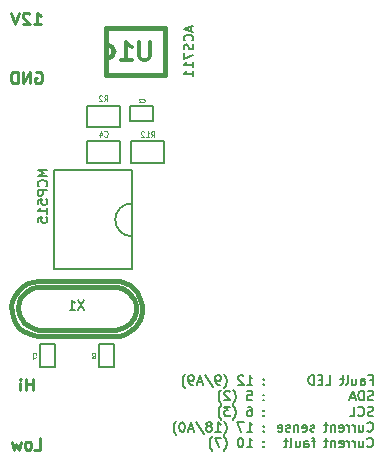
<source format=gbo>
%FSLAX34Y34*%
G04 Gerber Fmt 3.4, Leading zero omitted, Abs format*
G04 (created by PCBNEW (2014-03-19 BZR 4756)-product) date Thu 12 Jun 2014 23:18:30 BST*
%MOIN*%
G01*
G70*
G90*
G04 APERTURE LIST*
%ADD10C,0.005906*%
%ADD11C,0.007874*%
%ADD12C,0.009843*%
%ADD13C,0.015000*%
%ADD14C,0.003000*%
%ADD15C,0.004500*%
%ADD16C,0.012000*%
%ADD17C,0.007875*%
%ADD18C,0.007900*%
G04 APERTURE END LIST*
G54D10*
G54D11*
X50810Y-43659D02*
X50795Y-43674D01*
X50810Y-43689D01*
X50825Y-43674D01*
X50810Y-43659D01*
X50810Y-43689D01*
X50810Y-43494D02*
X50795Y-43509D01*
X50810Y-43524D01*
X50825Y-43509D01*
X50810Y-43494D01*
X50810Y-43524D01*
X50255Y-43689D02*
X50435Y-43689D01*
X50345Y-43689D02*
X50345Y-43374D01*
X50375Y-43419D01*
X50405Y-43449D01*
X50435Y-43464D01*
X50135Y-43404D02*
X50120Y-43389D01*
X50090Y-43374D01*
X50015Y-43374D01*
X49985Y-43389D01*
X49970Y-43404D01*
X49955Y-43434D01*
X49955Y-43464D01*
X49970Y-43509D01*
X50150Y-43689D01*
X49955Y-43689D01*
X49491Y-43809D02*
X49505Y-43794D01*
X49535Y-43749D01*
X49550Y-43719D01*
X49565Y-43674D01*
X49580Y-43599D01*
X49580Y-43539D01*
X49565Y-43464D01*
X49550Y-43419D01*
X49535Y-43389D01*
X49505Y-43344D01*
X49491Y-43329D01*
X49356Y-43689D02*
X49296Y-43689D01*
X49266Y-43674D01*
X49251Y-43659D01*
X49221Y-43614D01*
X49206Y-43554D01*
X49206Y-43434D01*
X49221Y-43404D01*
X49236Y-43389D01*
X49266Y-43374D01*
X49326Y-43374D01*
X49356Y-43389D01*
X49371Y-43404D01*
X49386Y-43434D01*
X49386Y-43509D01*
X49371Y-43539D01*
X49356Y-43554D01*
X49326Y-43569D01*
X49266Y-43569D01*
X49236Y-43554D01*
X49221Y-43539D01*
X49206Y-43509D01*
X48846Y-43359D02*
X49116Y-43764D01*
X48756Y-43599D02*
X48606Y-43599D01*
X48786Y-43689D02*
X48681Y-43374D01*
X48576Y-43689D01*
X48456Y-43689D02*
X48396Y-43689D01*
X48366Y-43674D01*
X48351Y-43659D01*
X48321Y-43614D01*
X48306Y-43554D01*
X48306Y-43434D01*
X48321Y-43404D01*
X48336Y-43389D01*
X48366Y-43374D01*
X48426Y-43374D01*
X48456Y-43389D01*
X48471Y-43404D01*
X48486Y-43434D01*
X48486Y-43509D01*
X48471Y-43539D01*
X48456Y-43554D01*
X48426Y-43569D01*
X48366Y-43569D01*
X48336Y-43554D01*
X48321Y-43539D01*
X48306Y-43509D01*
X48201Y-43809D02*
X48186Y-43794D01*
X48156Y-43749D01*
X48141Y-43719D01*
X48126Y-43674D01*
X48111Y-43599D01*
X48111Y-43539D01*
X48126Y-43464D01*
X48141Y-43419D01*
X48156Y-43389D01*
X48186Y-43344D01*
X48201Y-43329D01*
X50810Y-44179D02*
X50795Y-44194D01*
X50810Y-44209D01*
X50825Y-44194D01*
X50810Y-44179D01*
X50810Y-44209D01*
X50810Y-44014D02*
X50795Y-44029D01*
X50810Y-44044D01*
X50825Y-44029D01*
X50810Y-44014D01*
X50810Y-44044D01*
X50270Y-43894D02*
X50420Y-43894D01*
X50435Y-44044D01*
X50420Y-44029D01*
X50390Y-44014D01*
X50315Y-44014D01*
X50285Y-44029D01*
X50270Y-44044D01*
X50255Y-44074D01*
X50255Y-44149D01*
X50270Y-44179D01*
X50285Y-44194D01*
X50315Y-44209D01*
X50390Y-44209D01*
X50420Y-44194D01*
X50435Y-44179D01*
X49790Y-44329D02*
X49805Y-44314D01*
X49835Y-44269D01*
X49850Y-44239D01*
X49865Y-44194D01*
X49880Y-44119D01*
X49880Y-44059D01*
X49865Y-43984D01*
X49850Y-43939D01*
X49835Y-43909D01*
X49805Y-43864D01*
X49790Y-43849D01*
X49685Y-43924D02*
X49670Y-43909D01*
X49640Y-43894D01*
X49565Y-43894D01*
X49535Y-43909D01*
X49520Y-43924D01*
X49505Y-43954D01*
X49505Y-43984D01*
X49520Y-44029D01*
X49700Y-44209D01*
X49505Y-44209D01*
X49401Y-44329D02*
X49386Y-44314D01*
X49356Y-44269D01*
X49341Y-44239D01*
X49326Y-44194D01*
X49311Y-44119D01*
X49311Y-44059D01*
X49326Y-43984D01*
X49341Y-43939D01*
X49356Y-43909D01*
X49386Y-43864D01*
X49401Y-43849D01*
X50810Y-44699D02*
X50795Y-44714D01*
X50810Y-44729D01*
X50825Y-44714D01*
X50810Y-44699D01*
X50810Y-44729D01*
X50810Y-44534D02*
X50795Y-44549D01*
X50810Y-44564D01*
X50825Y-44549D01*
X50810Y-44534D01*
X50810Y-44564D01*
X50285Y-44414D02*
X50345Y-44414D01*
X50375Y-44429D01*
X50390Y-44444D01*
X50420Y-44489D01*
X50435Y-44549D01*
X50435Y-44669D01*
X50420Y-44699D01*
X50405Y-44714D01*
X50375Y-44729D01*
X50315Y-44729D01*
X50285Y-44714D01*
X50270Y-44699D01*
X50255Y-44669D01*
X50255Y-44594D01*
X50270Y-44564D01*
X50285Y-44549D01*
X50315Y-44534D01*
X50375Y-44534D01*
X50405Y-44549D01*
X50420Y-44564D01*
X50435Y-44594D01*
X49790Y-44849D02*
X49805Y-44834D01*
X49835Y-44789D01*
X49850Y-44759D01*
X49865Y-44714D01*
X49880Y-44639D01*
X49880Y-44579D01*
X49865Y-44504D01*
X49850Y-44459D01*
X49835Y-44429D01*
X49805Y-44384D01*
X49790Y-44369D01*
X49700Y-44414D02*
X49505Y-44414D01*
X49610Y-44534D01*
X49565Y-44534D01*
X49535Y-44549D01*
X49520Y-44564D01*
X49505Y-44594D01*
X49505Y-44669D01*
X49520Y-44699D01*
X49535Y-44714D01*
X49565Y-44729D01*
X49655Y-44729D01*
X49685Y-44714D01*
X49700Y-44699D01*
X49401Y-44849D02*
X49386Y-44834D01*
X49356Y-44789D01*
X49341Y-44759D01*
X49326Y-44714D01*
X49311Y-44639D01*
X49311Y-44579D01*
X49326Y-44504D01*
X49341Y-44459D01*
X49356Y-44429D01*
X49386Y-44384D01*
X49401Y-44369D01*
X50810Y-45218D02*
X50795Y-45233D01*
X50810Y-45248D01*
X50825Y-45233D01*
X50810Y-45218D01*
X50810Y-45248D01*
X50810Y-45053D02*
X50795Y-45068D01*
X50810Y-45083D01*
X50825Y-45068D01*
X50810Y-45053D01*
X50810Y-45083D01*
X50255Y-45248D02*
X50435Y-45248D01*
X50345Y-45248D02*
X50345Y-44933D01*
X50375Y-44978D01*
X50405Y-45008D01*
X50435Y-45023D01*
X50150Y-44933D02*
X49940Y-44933D01*
X50075Y-45248D01*
X49491Y-45368D02*
X49505Y-45353D01*
X49535Y-45308D01*
X49550Y-45278D01*
X49565Y-45233D01*
X49580Y-45158D01*
X49580Y-45098D01*
X49565Y-45023D01*
X49550Y-44978D01*
X49535Y-44948D01*
X49505Y-44903D01*
X49491Y-44888D01*
X49206Y-45248D02*
X49386Y-45248D01*
X49296Y-45248D02*
X49296Y-44933D01*
X49326Y-44978D01*
X49356Y-45008D01*
X49386Y-45023D01*
X49026Y-45068D02*
X49056Y-45053D01*
X49071Y-45038D01*
X49086Y-45008D01*
X49086Y-44993D01*
X49071Y-44963D01*
X49056Y-44948D01*
X49026Y-44933D01*
X48966Y-44933D01*
X48936Y-44948D01*
X48921Y-44963D01*
X48906Y-44993D01*
X48906Y-45008D01*
X48921Y-45038D01*
X48936Y-45053D01*
X48966Y-45068D01*
X49026Y-45068D01*
X49056Y-45083D01*
X49071Y-45098D01*
X49086Y-45128D01*
X49086Y-45188D01*
X49071Y-45218D01*
X49056Y-45233D01*
X49026Y-45248D01*
X48966Y-45248D01*
X48936Y-45233D01*
X48921Y-45218D01*
X48906Y-45188D01*
X48906Y-45128D01*
X48921Y-45098D01*
X48936Y-45083D01*
X48966Y-45068D01*
X48546Y-44918D02*
X48816Y-45323D01*
X48456Y-45158D02*
X48306Y-45158D01*
X48486Y-45248D02*
X48381Y-44933D01*
X48276Y-45248D01*
X48111Y-44933D02*
X48081Y-44933D01*
X48051Y-44948D01*
X48036Y-44963D01*
X48021Y-44993D01*
X48006Y-45053D01*
X48006Y-45128D01*
X48021Y-45188D01*
X48036Y-45218D01*
X48051Y-45233D01*
X48081Y-45248D01*
X48111Y-45248D01*
X48141Y-45233D01*
X48156Y-45218D01*
X48171Y-45188D01*
X48186Y-45128D01*
X48186Y-45053D01*
X48171Y-44993D01*
X48156Y-44963D01*
X48141Y-44948D01*
X48111Y-44933D01*
X47901Y-45368D02*
X47886Y-45353D01*
X47856Y-45308D01*
X47841Y-45278D01*
X47826Y-45233D01*
X47811Y-45158D01*
X47811Y-45098D01*
X47826Y-45023D01*
X47841Y-44978D01*
X47856Y-44948D01*
X47886Y-44903D01*
X47901Y-44888D01*
X50810Y-45738D02*
X50795Y-45753D01*
X50810Y-45768D01*
X50825Y-45753D01*
X50810Y-45738D01*
X50810Y-45768D01*
X50810Y-45573D02*
X50795Y-45588D01*
X50810Y-45603D01*
X50825Y-45588D01*
X50810Y-45573D01*
X50810Y-45603D01*
X50255Y-45768D02*
X50435Y-45768D01*
X50345Y-45768D02*
X50345Y-45453D01*
X50375Y-45498D01*
X50405Y-45528D01*
X50435Y-45543D01*
X50060Y-45453D02*
X50030Y-45453D01*
X50000Y-45468D01*
X49985Y-45483D01*
X49970Y-45513D01*
X49955Y-45573D01*
X49955Y-45648D01*
X49970Y-45708D01*
X49985Y-45738D01*
X50000Y-45753D01*
X50030Y-45768D01*
X50060Y-45768D01*
X50090Y-45753D01*
X50105Y-45738D01*
X50120Y-45708D01*
X50135Y-45648D01*
X50135Y-45573D01*
X50120Y-45513D01*
X50105Y-45483D01*
X50090Y-45468D01*
X50060Y-45453D01*
X49491Y-45888D02*
X49505Y-45873D01*
X49535Y-45828D01*
X49550Y-45798D01*
X49565Y-45753D01*
X49580Y-45678D01*
X49580Y-45618D01*
X49565Y-45543D01*
X49550Y-45498D01*
X49535Y-45468D01*
X49505Y-45423D01*
X49491Y-45408D01*
X49401Y-45453D02*
X49191Y-45453D01*
X49326Y-45768D01*
X49101Y-45888D02*
X49086Y-45873D01*
X49056Y-45828D01*
X49041Y-45798D01*
X49026Y-45753D01*
X49011Y-45678D01*
X49011Y-45618D01*
X49026Y-45543D01*
X49041Y-45498D01*
X49056Y-45468D01*
X49086Y-45423D01*
X49101Y-45408D01*
X54347Y-43524D02*
X54452Y-43524D01*
X54452Y-43689D02*
X54452Y-43374D01*
X54302Y-43374D01*
X54047Y-43689D02*
X54047Y-43524D01*
X54062Y-43494D01*
X54092Y-43479D01*
X54152Y-43479D01*
X54182Y-43494D01*
X54047Y-43674D02*
X54077Y-43689D01*
X54152Y-43689D01*
X54182Y-43674D01*
X54197Y-43644D01*
X54197Y-43614D01*
X54182Y-43584D01*
X54152Y-43569D01*
X54077Y-43569D01*
X54047Y-43554D01*
X53762Y-43479D02*
X53762Y-43689D01*
X53897Y-43479D02*
X53897Y-43644D01*
X53882Y-43674D01*
X53852Y-43689D01*
X53807Y-43689D01*
X53777Y-43674D01*
X53762Y-43659D01*
X53567Y-43689D02*
X53597Y-43674D01*
X53612Y-43644D01*
X53612Y-43374D01*
X53492Y-43479D02*
X53372Y-43479D01*
X53447Y-43374D02*
X53447Y-43644D01*
X53432Y-43674D01*
X53402Y-43689D01*
X53372Y-43689D01*
X52877Y-43689D02*
X53027Y-43689D01*
X53027Y-43374D01*
X52772Y-43524D02*
X52667Y-43524D01*
X52622Y-43689D02*
X52772Y-43689D01*
X52772Y-43374D01*
X52622Y-43374D01*
X52487Y-43689D02*
X52487Y-43374D01*
X52412Y-43374D01*
X52367Y-43389D01*
X52337Y-43419D01*
X52322Y-43449D01*
X52307Y-43509D01*
X52307Y-43554D01*
X52322Y-43614D01*
X52337Y-43644D01*
X52367Y-43674D01*
X52412Y-43689D01*
X52487Y-43689D01*
X54467Y-44194D02*
X54422Y-44209D01*
X54347Y-44209D01*
X54317Y-44194D01*
X54302Y-44179D01*
X54287Y-44149D01*
X54287Y-44119D01*
X54302Y-44089D01*
X54317Y-44074D01*
X54347Y-44059D01*
X54407Y-44044D01*
X54437Y-44029D01*
X54452Y-44014D01*
X54467Y-43984D01*
X54467Y-43954D01*
X54452Y-43924D01*
X54437Y-43909D01*
X54407Y-43894D01*
X54332Y-43894D01*
X54287Y-43909D01*
X54152Y-44209D02*
X54152Y-43894D01*
X54077Y-43894D01*
X54032Y-43909D01*
X54002Y-43939D01*
X53987Y-43969D01*
X53972Y-44029D01*
X53972Y-44074D01*
X53987Y-44134D01*
X54002Y-44164D01*
X54032Y-44194D01*
X54077Y-44209D01*
X54152Y-44209D01*
X53852Y-44119D02*
X53702Y-44119D01*
X53882Y-44209D02*
X53777Y-43894D01*
X53672Y-44209D01*
X54467Y-44714D02*
X54422Y-44729D01*
X54347Y-44729D01*
X54317Y-44714D01*
X54302Y-44699D01*
X54287Y-44669D01*
X54287Y-44639D01*
X54302Y-44609D01*
X54317Y-44594D01*
X54347Y-44579D01*
X54407Y-44564D01*
X54437Y-44549D01*
X54452Y-44534D01*
X54467Y-44504D01*
X54467Y-44474D01*
X54452Y-44444D01*
X54437Y-44429D01*
X54407Y-44414D01*
X54332Y-44414D01*
X54287Y-44429D01*
X53972Y-44699D02*
X53987Y-44714D01*
X54032Y-44729D01*
X54062Y-44729D01*
X54107Y-44714D01*
X54137Y-44684D01*
X54152Y-44654D01*
X54167Y-44594D01*
X54167Y-44549D01*
X54152Y-44489D01*
X54137Y-44459D01*
X54107Y-44429D01*
X54062Y-44414D01*
X54032Y-44414D01*
X53987Y-44429D01*
X53972Y-44444D01*
X53687Y-44729D02*
X53837Y-44729D01*
X53837Y-44414D01*
X54272Y-45218D02*
X54287Y-45233D01*
X54332Y-45248D01*
X54362Y-45248D01*
X54407Y-45233D01*
X54437Y-45203D01*
X54452Y-45173D01*
X54467Y-45113D01*
X54467Y-45068D01*
X54452Y-45008D01*
X54437Y-44978D01*
X54407Y-44948D01*
X54362Y-44933D01*
X54332Y-44933D01*
X54287Y-44948D01*
X54272Y-44963D01*
X54002Y-45038D02*
X54002Y-45248D01*
X54137Y-45038D02*
X54137Y-45203D01*
X54122Y-45233D01*
X54092Y-45248D01*
X54047Y-45248D01*
X54017Y-45233D01*
X54002Y-45218D01*
X53852Y-45248D02*
X53852Y-45038D01*
X53852Y-45098D02*
X53837Y-45068D01*
X53822Y-45053D01*
X53792Y-45038D01*
X53762Y-45038D01*
X53657Y-45248D02*
X53657Y-45038D01*
X53657Y-45098D02*
X53642Y-45068D01*
X53627Y-45053D01*
X53597Y-45038D01*
X53567Y-45038D01*
X53342Y-45233D02*
X53372Y-45248D01*
X53432Y-45248D01*
X53462Y-45233D01*
X53477Y-45203D01*
X53477Y-45083D01*
X53462Y-45053D01*
X53432Y-45038D01*
X53372Y-45038D01*
X53342Y-45053D01*
X53327Y-45083D01*
X53327Y-45113D01*
X53477Y-45143D01*
X53192Y-45038D02*
X53192Y-45248D01*
X53192Y-45068D02*
X53177Y-45053D01*
X53147Y-45038D01*
X53102Y-45038D01*
X53072Y-45053D01*
X53057Y-45083D01*
X53057Y-45248D01*
X52952Y-45038D02*
X52832Y-45038D01*
X52907Y-44933D02*
X52907Y-45203D01*
X52892Y-45233D01*
X52862Y-45248D01*
X52832Y-45248D01*
X52502Y-45233D02*
X52472Y-45248D01*
X52412Y-45248D01*
X52382Y-45233D01*
X52367Y-45203D01*
X52367Y-45188D01*
X52382Y-45158D01*
X52412Y-45143D01*
X52457Y-45143D01*
X52487Y-45128D01*
X52502Y-45098D01*
X52502Y-45083D01*
X52487Y-45053D01*
X52457Y-45038D01*
X52412Y-45038D01*
X52382Y-45053D01*
X52112Y-45233D02*
X52142Y-45248D01*
X52202Y-45248D01*
X52232Y-45233D01*
X52247Y-45203D01*
X52247Y-45083D01*
X52232Y-45053D01*
X52202Y-45038D01*
X52142Y-45038D01*
X52112Y-45053D01*
X52097Y-45083D01*
X52097Y-45113D01*
X52247Y-45143D01*
X51962Y-45038D02*
X51962Y-45248D01*
X51962Y-45068D02*
X51947Y-45053D01*
X51917Y-45038D01*
X51872Y-45038D01*
X51842Y-45053D01*
X51827Y-45083D01*
X51827Y-45248D01*
X51692Y-45233D02*
X51662Y-45248D01*
X51602Y-45248D01*
X51572Y-45233D01*
X51557Y-45203D01*
X51557Y-45188D01*
X51572Y-45158D01*
X51602Y-45143D01*
X51647Y-45143D01*
X51677Y-45128D01*
X51692Y-45098D01*
X51692Y-45083D01*
X51677Y-45053D01*
X51647Y-45038D01*
X51602Y-45038D01*
X51572Y-45053D01*
X51302Y-45233D02*
X51332Y-45248D01*
X51392Y-45248D01*
X51422Y-45233D01*
X51437Y-45203D01*
X51437Y-45083D01*
X51422Y-45053D01*
X51392Y-45038D01*
X51332Y-45038D01*
X51302Y-45053D01*
X51287Y-45083D01*
X51287Y-45113D01*
X51437Y-45143D01*
X54272Y-45738D02*
X54287Y-45753D01*
X54332Y-45768D01*
X54362Y-45768D01*
X54407Y-45753D01*
X54437Y-45723D01*
X54452Y-45693D01*
X54467Y-45633D01*
X54467Y-45588D01*
X54452Y-45528D01*
X54437Y-45498D01*
X54407Y-45468D01*
X54362Y-45453D01*
X54332Y-45453D01*
X54287Y-45468D01*
X54272Y-45483D01*
X54002Y-45558D02*
X54002Y-45768D01*
X54137Y-45558D02*
X54137Y-45723D01*
X54122Y-45753D01*
X54092Y-45768D01*
X54047Y-45768D01*
X54017Y-45753D01*
X54002Y-45738D01*
X53852Y-45768D02*
X53852Y-45558D01*
X53852Y-45618D02*
X53837Y-45588D01*
X53822Y-45573D01*
X53792Y-45558D01*
X53762Y-45558D01*
X53657Y-45768D02*
X53657Y-45558D01*
X53657Y-45618D02*
X53642Y-45588D01*
X53627Y-45573D01*
X53597Y-45558D01*
X53567Y-45558D01*
X53342Y-45753D02*
X53372Y-45768D01*
X53432Y-45768D01*
X53462Y-45753D01*
X53477Y-45723D01*
X53477Y-45603D01*
X53462Y-45573D01*
X53432Y-45558D01*
X53372Y-45558D01*
X53342Y-45573D01*
X53327Y-45603D01*
X53327Y-45633D01*
X53477Y-45663D01*
X53192Y-45558D02*
X53192Y-45768D01*
X53192Y-45588D02*
X53177Y-45573D01*
X53147Y-45558D01*
X53102Y-45558D01*
X53072Y-45573D01*
X53057Y-45603D01*
X53057Y-45768D01*
X52952Y-45558D02*
X52832Y-45558D01*
X52907Y-45453D02*
X52907Y-45723D01*
X52892Y-45753D01*
X52862Y-45768D01*
X52832Y-45768D01*
X52532Y-45558D02*
X52412Y-45558D01*
X52487Y-45768D02*
X52487Y-45498D01*
X52472Y-45468D01*
X52442Y-45453D01*
X52412Y-45453D01*
X52172Y-45768D02*
X52172Y-45603D01*
X52187Y-45573D01*
X52217Y-45558D01*
X52277Y-45558D01*
X52307Y-45573D01*
X52172Y-45753D02*
X52202Y-45768D01*
X52277Y-45768D01*
X52307Y-45753D01*
X52322Y-45723D01*
X52322Y-45693D01*
X52307Y-45663D01*
X52277Y-45648D01*
X52202Y-45648D01*
X52172Y-45633D01*
X51887Y-45558D02*
X51887Y-45768D01*
X52022Y-45558D02*
X52022Y-45723D01*
X52007Y-45753D01*
X51977Y-45768D01*
X51932Y-45768D01*
X51902Y-45753D01*
X51887Y-45738D01*
X51692Y-45768D02*
X51722Y-45753D01*
X51737Y-45723D01*
X51737Y-45453D01*
X51617Y-45558D02*
X51497Y-45558D01*
X51572Y-45453D02*
X51572Y-45723D01*
X51557Y-45753D01*
X51527Y-45768D01*
X51497Y-45768D01*
G54D12*
X43119Y-43878D02*
X43119Y-43485D01*
X43119Y-43672D02*
X42894Y-43672D01*
X42894Y-43878D02*
X42894Y-43485D01*
X42707Y-43878D02*
X42707Y-43616D01*
X42707Y-43485D02*
X42725Y-43503D01*
X42707Y-43522D01*
X42688Y-43503D01*
X42707Y-43485D01*
X42707Y-43522D01*
X43175Y-45847D02*
X43363Y-45847D01*
X43363Y-45453D01*
X42988Y-45847D02*
X43025Y-45828D01*
X43044Y-45809D01*
X43063Y-45772D01*
X43063Y-45659D01*
X43044Y-45622D01*
X43025Y-45603D01*
X42988Y-45584D01*
X42932Y-45584D01*
X42894Y-45603D01*
X42875Y-45622D01*
X42857Y-45659D01*
X42857Y-45772D01*
X42875Y-45809D01*
X42894Y-45828D01*
X42932Y-45847D01*
X42988Y-45847D01*
X42725Y-45584D02*
X42650Y-45847D01*
X42575Y-45659D01*
X42500Y-45847D01*
X42425Y-45584D01*
X43213Y-33267D02*
X43250Y-33248D01*
X43307Y-33248D01*
X43363Y-33267D01*
X43400Y-33305D01*
X43419Y-33342D01*
X43438Y-33417D01*
X43438Y-33473D01*
X43419Y-33548D01*
X43400Y-33586D01*
X43363Y-33623D01*
X43307Y-33642D01*
X43269Y-33642D01*
X43213Y-33623D01*
X43194Y-33605D01*
X43194Y-33473D01*
X43269Y-33473D01*
X43025Y-33642D02*
X43025Y-33248D01*
X42800Y-33642D01*
X42800Y-33248D01*
X42613Y-33642D02*
X42613Y-33248D01*
X42519Y-33248D01*
X42463Y-33267D01*
X42425Y-33305D01*
X42407Y-33342D01*
X42388Y-33417D01*
X42388Y-33473D01*
X42407Y-33548D01*
X42425Y-33586D01*
X42463Y-33623D01*
X42519Y-33642D01*
X42613Y-33642D01*
X43157Y-31674D02*
X43382Y-31674D01*
X43269Y-31674D02*
X43269Y-31280D01*
X43307Y-31336D01*
X43344Y-31374D01*
X43382Y-31392D01*
X43007Y-31317D02*
X42988Y-31299D01*
X42950Y-31280D01*
X42857Y-31280D01*
X42819Y-31299D01*
X42800Y-31317D01*
X42782Y-31355D01*
X42782Y-31392D01*
X42800Y-31449D01*
X43025Y-31674D01*
X42782Y-31674D01*
X42669Y-31280D02*
X42538Y-31674D01*
X42407Y-31280D01*
G54D10*
X46368Y-34399D02*
X47135Y-34399D01*
X47135Y-34399D02*
X47135Y-34891D01*
X47135Y-34891D02*
X46368Y-34891D01*
X46368Y-34891D02*
X46368Y-34399D01*
X44921Y-35570D02*
X46023Y-35570D01*
X46023Y-35570D02*
X46023Y-36279D01*
X46023Y-36279D02*
X44921Y-36279D01*
X44921Y-36279D02*
X44921Y-35570D01*
X45324Y-43100D02*
X45324Y-42332D01*
X45324Y-42332D02*
X45816Y-42332D01*
X45816Y-42332D02*
X45816Y-43100D01*
X45816Y-43100D02*
X45324Y-43100D01*
X43356Y-43100D02*
X43356Y-42332D01*
X43356Y-42332D02*
X43848Y-42332D01*
X43848Y-42332D02*
X43848Y-43100D01*
X43848Y-43100D02*
X43356Y-43100D01*
X44921Y-34389D02*
X46023Y-34389D01*
X46023Y-34389D02*
X46023Y-35098D01*
X46023Y-35098D02*
X44921Y-35098D01*
X44921Y-35098D02*
X44921Y-34389D01*
X47500Y-36279D02*
X46397Y-36279D01*
X46397Y-36279D02*
X46397Y-35570D01*
X46397Y-35570D02*
X47500Y-35570D01*
X47500Y-35570D02*
X47500Y-36279D01*
G54D13*
X45826Y-32558D02*
G75*
G02X45610Y-32814I-236J-20D01*
G74*
G01*
X45610Y-32361D02*
G75*
G02X45827Y-32578I0J-217D01*
G74*
G01*
X45571Y-33365D02*
X45571Y-31791D01*
X45571Y-31791D02*
X47539Y-31791D01*
X47539Y-31791D02*
X47539Y-33365D01*
X47539Y-33365D02*
X45571Y-33365D01*
X45571Y-33365D02*
X45590Y-33346D01*
G54D10*
X45866Y-38188D02*
G75*
G02X46417Y-37637I551J0D01*
G74*
G01*
X46417Y-38740D02*
G75*
G02X45866Y-38188I0J551D01*
G74*
G01*
X46417Y-39842D02*
X46417Y-36535D01*
X46417Y-36535D02*
X43818Y-36535D01*
X43818Y-36535D02*
X43818Y-39842D01*
X43818Y-39842D02*
X46417Y-39842D01*
G54D13*
X42736Y-40747D02*
X42657Y-40905D01*
X42657Y-40905D02*
X42617Y-41141D01*
X42617Y-41141D02*
X42657Y-41338D01*
X42657Y-41338D02*
X42814Y-41613D01*
X42814Y-41613D02*
X43051Y-41771D01*
X43051Y-41771D02*
X43287Y-41850D01*
X43287Y-41850D02*
X45885Y-41850D01*
X45885Y-41850D02*
X46161Y-41771D01*
X46161Y-41771D02*
X46318Y-41653D01*
X46318Y-41653D02*
X46476Y-41456D01*
X46476Y-41456D02*
X46555Y-41220D01*
X46555Y-41220D02*
X46555Y-41023D01*
X46555Y-41023D02*
X46476Y-40826D01*
X46476Y-40826D02*
X46279Y-40590D01*
X46279Y-40590D02*
X46082Y-40472D01*
X46082Y-40472D02*
X45885Y-40432D01*
X45846Y-40432D02*
X43247Y-40432D01*
X43247Y-40432D02*
X43090Y-40472D01*
X43090Y-40472D02*
X42893Y-40590D01*
X42893Y-40590D02*
X42696Y-40787D01*
X45842Y-40224D02*
X46023Y-40243D01*
X46023Y-40243D02*
X46180Y-40287D01*
X46180Y-40287D02*
X46350Y-40373D01*
X46350Y-40373D02*
X46464Y-40464D01*
X46464Y-40464D02*
X46594Y-40602D01*
X46594Y-40602D02*
X46708Y-40814D01*
X46708Y-40814D02*
X46759Y-41050D01*
X46759Y-41050D02*
X46759Y-41251D01*
X46759Y-41251D02*
X46692Y-41527D01*
X46692Y-41527D02*
X46535Y-41759D01*
X46535Y-41759D02*
X46354Y-41905D01*
X46354Y-41905D02*
X46188Y-41987D01*
X46188Y-41987D02*
X46011Y-42050D01*
X46011Y-42050D02*
X45838Y-42062D01*
X42948Y-41976D02*
X42799Y-41889D01*
X42799Y-41889D02*
X42673Y-41779D01*
X42673Y-41779D02*
X42574Y-41649D01*
X42574Y-41649D02*
X42456Y-41432D01*
X42456Y-41432D02*
X42413Y-41247D01*
X42413Y-41247D02*
X42405Y-41066D01*
X42405Y-41066D02*
X42440Y-40885D01*
X42440Y-40885D02*
X42515Y-40708D01*
X42515Y-40708D02*
X42657Y-40523D01*
X42657Y-40523D02*
X42795Y-40397D01*
X42795Y-40397D02*
X42948Y-40306D01*
X42948Y-40306D02*
X43117Y-40251D01*
X43117Y-40251D02*
X43291Y-40224D01*
X45846Y-42058D02*
X43306Y-42058D01*
X43306Y-42058D02*
X43141Y-42043D01*
X43141Y-42043D02*
X42948Y-41976D01*
X45846Y-40224D02*
X43306Y-40224D01*
G54D14*
X46771Y-34265D02*
X46777Y-34271D01*
X46794Y-34276D01*
X46806Y-34276D01*
X46823Y-34271D01*
X46834Y-34259D01*
X46840Y-34248D01*
X46846Y-34225D01*
X46846Y-34208D01*
X46840Y-34185D01*
X46834Y-34173D01*
X46823Y-34162D01*
X46806Y-34156D01*
X46794Y-34156D01*
X46777Y-34162D01*
X46771Y-34168D01*
X46726Y-34168D02*
X46720Y-34162D01*
X46709Y-34156D01*
X46680Y-34156D01*
X46669Y-34162D01*
X46663Y-34168D01*
X46657Y-34179D01*
X46657Y-34191D01*
X46663Y-34208D01*
X46731Y-34276D01*
X46657Y-34276D01*
G54D15*
X45502Y-35406D02*
X45511Y-35415D01*
X45536Y-35425D01*
X45553Y-35425D01*
X45579Y-35415D01*
X45596Y-35396D01*
X45605Y-35377D01*
X45613Y-35339D01*
X45613Y-35310D01*
X45605Y-35272D01*
X45596Y-35253D01*
X45579Y-35234D01*
X45553Y-35225D01*
X45536Y-35225D01*
X45511Y-35234D01*
X45502Y-35244D01*
X45348Y-35291D02*
X45348Y-35425D01*
X45391Y-35215D02*
X45433Y-35358D01*
X45322Y-35358D01*
G54D14*
X45190Y-42696D02*
X45196Y-42690D01*
X45201Y-42673D01*
X45201Y-42662D01*
X45196Y-42645D01*
X45184Y-42633D01*
X45173Y-42627D01*
X45150Y-42622D01*
X45133Y-42622D01*
X45110Y-42627D01*
X45099Y-42633D01*
X45087Y-42645D01*
X45081Y-42662D01*
X45081Y-42673D01*
X45087Y-42690D01*
X45093Y-42696D01*
X45081Y-42799D02*
X45081Y-42776D01*
X45087Y-42765D01*
X45093Y-42759D01*
X45110Y-42747D01*
X45133Y-42742D01*
X45179Y-42742D01*
X45190Y-42747D01*
X45196Y-42753D01*
X45201Y-42765D01*
X45201Y-42787D01*
X45196Y-42799D01*
X45190Y-42805D01*
X45179Y-42810D01*
X45150Y-42810D01*
X45139Y-42805D01*
X45133Y-42799D01*
X45127Y-42787D01*
X45127Y-42765D01*
X45133Y-42753D01*
X45139Y-42747D01*
X45150Y-42742D01*
X43221Y-42696D02*
X43227Y-42690D01*
X43233Y-42673D01*
X43233Y-42662D01*
X43227Y-42645D01*
X43216Y-42633D01*
X43204Y-42627D01*
X43181Y-42622D01*
X43164Y-42622D01*
X43141Y-42627D01*
X43130Y-42633D01*
X43119Y-42645D01*
X43113Y-42662D01*
X43113Y-42673D01*
X43119Y-42690D01*
X43124Y-42696D01*
X43113Y-42736D02*
X43113Y-42816D01*
X43233Y-42765D01*
G54D15*
X45502Y-34244D02*
X45562Y-34148D01*
X45605Y-34244D02*
X45605Y-34044D01*
X45536Y-34044D01*
X45519Y-34053D01*
X45511Y-34063D01*
X45502Y-34082D01*
X45502Y-34110D01*
X45511Y-34129D01*
X45519Y-34139D01*
X45536Y-34148D01*
X45605Y-34148D01*
X45433Y-34063D02*
X45425Y-34053D01*
X45408Y-34044D01*
X45365Y-34044D01*
X45348Y-34053D01*
X45339Y-34063D01*
X45331Y-34082D01*
X45331Y-34101D01*
X45339Y-34129D01*
X45442Y-34244D01*
X45331Y-34244D01*
X47064Y-35444D02*
X47124Y-35349D01*
X47167Y-35444D02*
X47167Y-35244D01*
X47098Y-35244D01*
X47081Y-35254D01*
X47073Y-35263D01*
X47064Y-35282D01*
X47064Y-35311D01*
X47073Y-35330D01*
X47081Y-35340D01*
X47098Y-35349D01*
X47167Y-35349D01*
X46893Y-35444D02*
X46995Y-35444D01*
X46944Y-35444D02*
X46944Y-35244D01*
X46961Y-35273D01*
X46978Y-35292D01*
X46995Y-35301D01*
X46824Y-35263D02*
X46815Y-35254D01*
X46798Y-35244D01*
X46755Y-35244D01*
X46738Y-35254D01*
X46730Y-35263D01*
X46721Y-35282D01*
X46721Y-35301D01*
X46730Y-35330D01*
X46833Y-35444D01*
X46721Y-35444D01*
G54D16*
X47012Y-32250D02*
X47012Y-32735D01*
X46983Y-32793D01*
X46955Y-32821D01*
X46897Y-32850D01*
X46783Y-32850D01*
X46726Y-32821D01*
X46697Y-32793D01*
X46669Y-32735D01*
X46669Y-32250D01*
X46069Y-32850D02*
X46412Y-32850D01*
X46240Y-32850D02*
X46240Y-32250D01*
X46297Y-32335D01*
X46355Y-32393D01*
X46412Y-32421D01*
G54D11*
X48379Y-31746D02*
X48379Y-31896D01*
X48469Y-31716D02*
X48154Y-31821D01*
X48469Y-31926D01*
X48439Y-32211D02*
X48454Y-32196D01*
X48469Y-32151D01*
X48469Y-32121D01*
X48454Y-32076D01*
X48424Y-32046D01*
X48394Y-32031D01*
X48334Y-32016D01*
X48289Y-32016D01*
X48229Y-32031D01*
X48199Y-32046D01*
X48169Y-32076D01*
X48154Y-32121D01*
X48154Y-32151D01*
X48169Y-32196D01*
X48184Y-32211D01*
X48454Y-32331D02*
X48469Y-32376D01*
X48469Y-32451D01*
X48454Y-32481D01*
X48439Y-32496D01*
X48409Y-32511D01*
X48379Y-32511D01*
X48349Y-32496D01*
X48334Y-32481D01*
X48319Y-32451D01*
X48304Y-32391D01*
X48289Y-32361D01*
X48274Y-32346D01*
X48244Y-32331D01*
X48214Y-32331D01*
X48184Y-32346D01*
X48169Y-32361D01*
X48154Y-32391D01*
X48154Y-32466D01*
X48169Y-32511D01*
X48154Y-32616D02*
X48154Y-32826D01*
X48469Y-32691D01*
X48469Y-33111D02*
X48469Y-32931D01*
X48469Y-33021D02*
X48154Y-33021D01*
X48199Y-32991D01*
X48229Y-32961D01*
X48244Y-32931D01*
X48469Y-33411D02*
X48469Y-33231D01*
X48469Y-33321D02*
X48154Y-33321D01*
X48199Y-33291D01*
X48229Y-33261D01*
X48244Y-33231D01*
G54D17*
X43597Y-36531D02*
X43282Y-36531D01*
X43507Y-36636D01*
X43282Y-36741D01*
X43597Y-36741D01*
X43567Y-37071D02*
X43582Y-37056D01*
X43597Y-37011D01*
X43597Y-36981D01*
X43582Y-36936D01*
X43552Y-36906D01*
X43522Y-36891D01*
X43462Y-36876D01*
X43417Y-36876D01*
X43357Y-36891D01*
X43327Y-36906D01*
X43297Y-36936D01*
X43282Y-36981D01*
X43282Y-37011D01*
X43297Y-37056D01*
X43312Y-37071D01*
X43597Y-37206D02*
X43282Y-37206D01*
X43282Y-37326D01*
X43297Y-37356D01*
X43312Y-37371D01*
X43342Y-37386D01*
X43387Y-37386D01*
X43417Y-37371D01*
X43432Y-37356D01*
X43447Y-37326D01*
X43447Y-37206D01*
X43282Y-37671D02*
X43282Y-37521D01*
X43432Y-37506D01*
X43417Y-37521D01*
X43402Y-37551D01*
X43402Y-37626D01*
X43417Y-37656D01*
X43432Y-37671D01*
X43462Y-37686D01*
X43537Y-37686D01*
X43567Y-37671D01*
X43582Y-37656D01*
X43597Y-37626D01*
X43597Y-37551D01*
X43582Y-37521D01*
X43567Y-37506D01*
X43597Y-37986D02*
X43597Y-37806D01*
X43597Y-37896D02*
X43282Y-37896D01*
X43327Y-37866D01*
X43357Y-37836D01*
X43372Y-37806D01*
X43282Y-38271D02*
X43282Y-38121D01*
X43432Y-38106D01*
X43417Y-38121D01*
X43402Y-38151D01*
X43402Y-38226D01*
X43417Y-38256D01*
X43432Y-38271D01*
X43462Y-38286D01*
X43537Y-38286D01*
X43567Y-38271D01*
X43582Y-38256D01*
X43597Y-38226D01*
X43597Y-38151D01*
X43582Y-38121D01*
X43567Y-38106D01*
G54D18*
G54D11*
X44841Y-40870D02*
X44631Y-41185D01*
X44631Y-40870D02*
X44841Y-41185D01*
X44346Y-41185D02*
X44526Y-41185D01*
X44436Y-41185D02*
X44436Y-40870D01*
X44466Y-40915D01*
X44496Y-40945D01*
X44526Y-40960D01*
M02*

</source>
